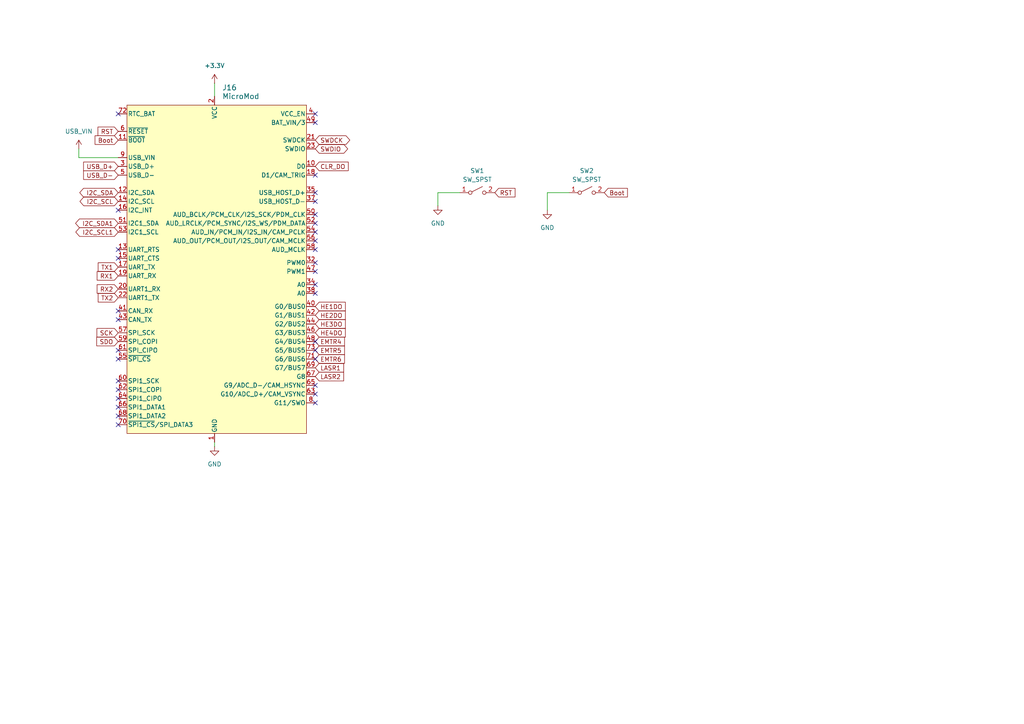
<source format=kicad_sch>
(kicad_sch (version 20231120) (generator "eeschema") (generator_version "8.0")
  (paper "A4")
  (lib_symbols
    (symbol "SJSU_common:MicroMod" (pin_names (offset 0.254))
      (property "Reference" "J" (at 16.256 12.7 0))
      (property "Value" "MicroMod" (at 16.51 10.16 0))
      (symbol "MicroMod_1_1"
        (rectangle (start -8.89 2.54) (end 43.18 -92.71) (fill (type background)))
        (pin power_out line (at 16.51 -95.25 90) (length 2.54) (name "GND") (number "1"))
        (pin bidirectional line (at 45.72 -15.24 180) (length 2.54) (name "D0") (number "10"))
        (pin open_collector line (at -11.43 -7.62 0) (length 2.54) (name "~{BOOT}") (number "11"))
        (pin bidirectional line (at -11.43 -22.86 0) (length 2.54) (name "I2C_SDA") (number "12"))
        (pin output line (at -11.43 -39.37 0) (length 2.54) (name "UART_RTS") (number "13"))
        (pin bidirectional line (at -11.43 -25.4 0) (length 2.54) (name "I2C_SCL") (number "14"))
        (pin input line (at -11.43 -41.91 0) (length 2.54) (name "UART_CTS") (number "15"))
        (pin open_collector line (at -11.43 -27.94 0) (length 2.54) (name "I2C_INT") (number "16"))
        (pin output line (at -11.43 -44.45 0) (length 2.54) (name "UART_TX") (number "17"))
        (pin bidirectional line (at 45.72 -17.78 180) (length 2.54) (name "D1/CAM_TRIG") (number "18"))
        (pin input line (at -11.43 -46.99 0) (length 2.54) (name "UART_RX") (number "19"))
        (pin power_in line (at 16.51 5.08 270) (length 2.54) (name "VCC") (number "2"))
        (pin input line (at -11.43 -50.8 0) (length 2.54) (name "UART1_RX") (number "20"))
        (pin input line (at 45.72 -7.62 180) (length 2.54) (name "SWDCK") (number "21"))
        (pin output line (at -11.43 -53.34 0) (length 2.54) (name "UART1_TX") (number "22"))
        (pin output line (at 45.72 -10.16 180) (length 2.54) (name "SWDIO") (number "23"))
        (pin bidirectional line (at -11.43 -15.24 0) (length 2.54) (name "USB_D+") (number "3"))
        (pin output line (at 45.72 -43.18 180) (length 2.54) (name "PWM0") (number "32"))
        (pin power_out line (at 16.51 -95.25 90) (length 2.54) hide (name "GND") (number "33"))
        (pin output line (at 45.72 -49.53 180) (length 2.54) (name "A0") (number "34"))
        (pin bidirectional line (at 45.72 -22.86 180) (length 2.54) (name "USB_HOST_D+") (number "35"))
        (pin power_out line (at 16.51 -95.25 90) (length 2.54) hide (name "GND") (number "36"))
        (pin power_out line (at 16.51 -95.25 90) (length 2.54) hide (name "GND") (number "36"))
        (pin bidirectional line (at 45.72 -25.4 180) (length 2.54) (name "USB_HOST_D-") (number "37"))
        (pin output line (at 45.72 -52.07 180) (length 2.54) (name "A0") (number "38"))
        (pin power_out line (at 16.51 -95.25 90) (length 2.54) hide (name "GND") (number "39"))
        (pin output line (at 45.72 0 180) (length 2.54) (name "VCC_EN") (number "4"))
        (pin bidirectional line (at 45.72 -55.88 180) (length 2.54) (name "G0/BUS0") (number "40"))
        (pin input line (at -11.43 -57.15 0) (length 2.54) (name "CAN_RX") (number "41"))
        (pin bidirectional line (at 45.72 -58.42 180) (length 2.54) (name "G1/BUS1") (number "42"))
        (pin output line (at -11.43 -59.69 0) (length 2.54) (name "CAN_TX") (number "43"))
        (pin bidirectional line (at 45.72 -60.96 180) (length 2.54) (name "G2/BUS2") (number "44"))
        (pin power_out line (at 16.51 -95.25 90) (length 2.54) hide (name "GND") (number "45"))
        (pin bidirectional line (at 45.72 -63.5 180) (length 2.54) (name "G3/BUS3") (number "46"))
        (pin output line (at 45.72 -45.72 180) (length 2.54) (name "PWM1") (number "47"))
        (pin bidirectional line (at 45.72 -66.04 180) (length 2.54) (name "G4/BUS4") (number "48"))
        (pin input line (at 45.72 -2.54 180) (length 2.54) (name "BAT_VIN/3") (number "49"))
        (pin bidirectional line (at -11.43 -17.78 0) (length 2.54) (name "USB_D-") (number "5"))
        (pin bidirectional line (at 45.72 -29.21 180) (length 2.54) (name "AUD_BCLK/PCM_CLK/I2S_SCK/PDM_CLK") (number "50"))
        (pin bidirectional line (at -11.43 -31.75 0) (length 2.54) (name "I2C1_SDA") (number "51"))
        (pin bidirectional line (at 45.72 -31.75 180) (length 2.54) (name "AUD_LRCLK/PCM_SYNC/I2S_WS/PDM_DATA") (number "52"))
        (pin bidirectional line (at -11.43 -34.29 0) (length 2.54) (name "I2C1_SCL") (number "53"))
        (pin input line (at 45.72 -34.29 180) (length 2.54) (name "AUD_IN/PCM_IN/I2S_IN/CAM_PCLK") (number "54"))
        (pin output line (at -11.43 -71.12 0) (length 2.54) (name "~{SPI_CS}") (number "55"))
        (pin output line (at 45.72 -36.83 180) (length 2.54) (name "AUD_OUT/PCM_OUT/I2S_OUT/CAM_MCLK") (number "56"))
        (pin output line (at -11.43 -63.5 0) (length 2.54) (name "SPI_SCK") (number "57"))
        (pin output line (at 45.72 -39.37 180) (length 2.54) (name "AUD_MCLK") (number "58"))
        (pin output line (at -11.43 -66.04 0) (length 2.54) (name "SPI_COPI") (number "59"))
        (pin open_collector line (at -11.43 -5.08 0) (length 2.54) (name "~{RESET}") (number "6"))
        (pin output line (at -11.43 -77.47 0) (length 2.54) (name "SPI1_SCK") (number "60"))
        (pin output line (at -11.43 -68.58 0) (length 2.54) (name "SPI_CIPO") (number "61"))
        (pin output line (at -11.43 -80.01 0) (length 2.54) (name "SPI1_COPI") (number "62"))
        (pin bidirectional line (at 45.72 -81.28 180) (length 2.54) (name "G10/ADC_D+/CAM_VSYNC") (number "63"))
        (pin output line (at -11.43 -82.55 0) (length 2.54) (name "SPI1_CIPO") (number "64"))
        (pin bidirectional line (at 45.72 -78.74 180) (length 2.54) (name "G9/ADC_D-/CAM_HSYNC") (number "65"))
        (pin output line (at -11.43 -85.09 0) (length 2.54) (name "SPI1_DATA1") (number "66"))
        (pin bidirectional line (at 45.72 -76.2 180) (length 2.54) (name "G8") (number "67"))
        (pin output line (at -11.43 -87.63 0) (length 2.54) (name "SPI1_DATA2") (number "68"))
        (pin bidirectional line (at 45.72 -73.66 180) (length 2.54) (name "G7/BUS7") (number "69"))
        (pin power_out line (at 16.51 -95.25 90) (length 2.54) hide (name "GND") (number "7"))
        (pin bidirectional line (at -11.43 -90.17 0) (length 2.54) (name "~{SPI1_CS}/SPI_DATA3") (number "70"))
        (pin bidirectional line (at 45.72 -71.12 180) (length 2.54) (name "G6/BUS6") (number "71"))
        (pin power_in line (at -11.43 0 0) (length 2.54) (name "RTC_BAT") (number "72"))
        (pin bidirectional line (at 45.72 -68.58 180) (length 2.54) (name "G5/BUS5") (number "73"))
        (pin power_in line (at 16.51 -95.25 90) (length 2.54) hide (name "GND") (number "74"))
        (pin power_out line (at 16.51 -95.25 90) (length 2.54) hide (name "GND") (number "75"))
        (pin bidirectional line (at 45.72 -83.82 180) (length 2.54) (name "G11/SWO") (number "8"))
        (pin power_in line (at -11.43 -12.7 0) (length 2.54) (name "USB_VIN") (number "9"))
        (pin power_out line (at 16.51 -95.25 90) (length 2.54) hide (name "GND") (number "S1"))
        (pin power_out line (at 16.51 -95.25 90) (length 2.54) hide (name "GND") (number "S2"))
        (pin power_out line (at 16.51 -95.25 90) (length 2.54) hide (name "GND") (number "S3"))
      )
      (symbol "MicroMod_1_2"
        (polyline (pts (xy 5.08 -86.36) (xy 12.7 -86.36)) (stroke (width 0.127)))
        (polyline (pts (xy 5.08 2.54) (xy 5.08 -86.36)) (stroke (width 0.127)))
        (polyline (pts (xy 7.62 -83.82) (xy 5.08 -83.82)) (stroke (width 0.127)))
        (polyline (pts (xy 7.62 -83.82) (xy 8.89 -84.6667)) (stroke (width 0.127)))
        (polyline (pts (xy 7.62 -83.82) (xy 8.89 -82.9733)) (stroke (width 0.127)))
        (polyline (pts (xy 7.62 -81.28) (xy 5.08 -81.28)) (stroke (width 0.127)))
        (polyline (pts (xy 7.62 -81.28) (xy 8.89 -82.1267)) (stroke (width 0.127)))
        (polyline (pts (xy 7.62 -81.28) (xy 8.89 -80.4333)) (stroke (width 0.127)))
        (polyline (pts (xy 7.62 -78.74) (xy 5.08 -78.74)) (stroke (width 0.127)))
        (polyline (pts (xy 7.62 -78.74) (xy 8.89 -79.5867)) (stroke (width 0.127)))
        (polyline (pts (xy 7.62 -78.74) (xy 8.89 -77.8933)) (stroke (width 0.127)))
        (polyline (pts (xy 7.62 -76.2) (xy 5.08 -76.2)) (stroke (width 0.127)))
        (polyline (pts (xy 7.62 -76.2) (xy 8.89 -77.0467)) (stroke (width 0.127)))
        (polyline (pts (xy 7.62 -76.2) (xy 8.89 -75.3533)) (stroke (width 0.127)))
        (polyline (pts (xy 7.62 -73.66) (xy 5.08 -73.66)) (stroke (width 0.127)))
        (polyline (pts (xy 7.62 -73.66) (xy 8.89 -74.5067)) (stroke (width 0.127)))
        (polyline (pts (xy 7.62 -73.66) (xy 8.89 -72.8133)) (stroke (width 0.127)))
        (polyline (pts (xy 7.62 -71.12) (xy 5.08 -71.12)) (stroke (width 0.127)))
        (polyline (pts (xy 7.62 -71.12) (xy 8.89 -71.9667)) (stroke (width 0.127)))
        (polyline (pts (xy 7.62 -71.12) (xy 8.89 -70.2733)) (stroke (width 0.127)))
        (polyline (pts (xy 7.62 -68.58) (xy 5.08 -68.58)) (stroke (width 0.127)))
        (polyline (pts (xy 7.62 -68.58) (xy 8.89 -69.4267)) (stroke (width 0.127)))
        (polyline (pts (xy 7.62 -68.58) (xy 8.89 -67.7333)) (stroke (width 0.127)))
        (polyline (pts (xy 7.62 -66.04) (xy 5.08 -66.04)) (stroke (width 0.127)))
        (polyline (pts (xy 7.62 -66.04) (xy 8.89 -66.8867)) (stroke (width 0.127)))
        (polyline (pts (xy 7.62 -66.04) (xy 8.89 -65.1933)) (stroke (width 0.127)))
        (polyline (pts (xy 7.62 -63.5) (xy 5.08 -63.5)) (stroke (width 0.127)))
        (polyline (pts (xy 7.62 -63.5) (xy 8.89 -64.3467)) (stroke (width 0.127)))
        (polyline (pts (xy 7.62 -63.5) (xy 8.89 -62.6533)) (stroke (width 0.127)))
        (polyline (pts (xy 7.62 -60.96) (xy 5.08 -60.96)) (stroke (width 0.127)))
        (polyline (pts (xy 7.62 -60.96) (xy 8.89 -61.8067)) (stroke (width 0.127)))
        (polyline (pts (xy 7.62 -60.96) (xy 8.89 -60.1133)) (stroke (width 0.127)))
        (polyline (pts (xy 7.62 -58.42) (xy 5.08 -58.42)) (stroke (width 0.127)))
        (polyline (pts (xy 7.62 -58.42) (xy 8.89 -59.2667)) (stroke (width 0.127)))
        (polyline (pts (xy 7.62 -58.42) (xy 8.89 -57.5733)) (stroke (width 0.127)))
        (polyline (pts (xy 7.62 -55.88) (xy 5.08 -55.88)) (stroke (width 0.127)))
        (polyline (pts (xy 7.62 -55.88) (xy 8.89 -56.7267)) (stroke (width 0.127)))
        (polyline (pts (xy 7.62 -55.88) (xy 8.89 -55.0333)) (stroke (width 0.127)))
        (polyline (pts (xy 7.62 -53.34) (xy 5.08 -53.34)) (stroke (width 0.127)))
        (polyline (pts (xy 7.62 -53.34) (xy 8.89 -54.1867)) (stroke (width 0.127)))
        (polyline (pts (xy 7.62 -53.34) (xy 8.89 -52.4933)) (stroke (width 0.127)))
        (polyline (pts (xy 7.62 -50.8) (xy 5.08 -50.8)) (stroke (width 0.127)))
        (polyline (pts (xy 7.62 -50.8) (xy 8.89 -51.6467)) (stroke (width 0.127)))
        (polyline (pts (xy 7.62 -50.8) (xy 8.89 -49.9533)) (stroke (width 0.127)))
        (polyline (pts (xy 7.62 -48.26) (xy 5.08 -48.26)) (stroke (width 0.127)))
        (polyline (pts (xy 7.62 -48.26) (xy 8.89 -49.1067)) (stroke (width 0.127)))
        (polyline (pts (xy 7.62 -48.26) (xy 8.89 -47.4133)) (stroke (width 0.127)))
        (polyline (pts (xy 7.62 -45.72) (xy 5.08 -45.72)) (stroke (width 0.127)))
        (polyline (pts (xy 7.62 -45.72) (xy 8.89 -46.5667)) (stroke (width 0.127)))
        (polyline (pts (xy 7.62 -45.72) (xy 8.89 -44.8733)) (stroke (width 0.127)))
        (polyline (pts (xy 7.62 -43.18) (xy 5.08 -43.18)) (stroke (width 0.127)))
        (polyline (pts (xy 7.62 -43.18) (xy 8.89 -44.0267)) (stroke (width 0.127)))
        (polyline (pts (xy 7.62 -43.18) (xy 8.89 -42.3333)) (stroke (width 0.127)))
        (polyline (pts (xy 7.62 -40.64) (xy 5.08 -40.64)) (stroke (width 0.127)))
        (polyline (pts (xy 7.62 -40.64) (xy 8.89 -41.4867)) (stroke (width 0.127)))
        (polyline (pts (xy 7.62 -40.64) (xy 8.89 -39.7933)) (stroke (width 0.127)))
        (polyline (pts (xy 7.62 -38.1) (xy 5.08 -38.1)) (stroke (width 0.127)))
        (polyline (pts (xy 7.62 -38.1) (xy 8.89 -38.9467)) (stroke (width 0.127)))
        (polyline (pts (xy 7.62 -38.1) (xy 8.89 -37.2533)) (stroke (width 0.127)))
        (polyline (pts (xy 7.62 -35.56) (xy 5.08 -35.56)) (stroke (width 0.127)))
        (polyline (pts (xy 7.62 -35.56) (xy 8.89 -36.4067)) (stroke (width 0.127)))
        (polyline (pts (xy 7.62 -35.56) (xy 8.89 -34.7133)) (stroke (width 0.127)))
        (polyline (pts (xy 7.62 -33.02) (xy 5.08 -33.02)) (stroke (width 0.127)))
        (polyline (pts (xy 7.62 -33.02) (xy 8.89 -33.8667)) (stroke (width 0.127)))
        (polyline (pts (xy 7.62 -33.02) (xy 8.89 -32.1733)) (stroke (width 0.127)))
        (polyline (pts (xy 7.62 -30.48) (xy 5.08 -30.48)) (stroke (width 0.127)))
        (polyline (pts (xy 7.62 -30.48) (xy 8.89 -31.3267)) (stroke (width 0.127)))
        (polyline (pts (xy 7.62 -30.48) (xy 8.89 -29.6333)) (stroke (width 0.127)))
        (polyline (pts (xy 7.62 -27.94) (xy 5.08 -27.94)) (stroke (width 0.127)))
        (polyline (pts (xy 7.62 -27.94) (xy 8.89 -28.7867)) (stroke (width 0.127)))
        (polyline (pts (xy 7.62 -27.94) (xy 8.89 -27.0933)) (stroke (width 0.127)))
        (polyline (pts (xy 7.62 -25.4) (xy 5.08 -25.4)) (stroke (width 0.127)))
        (polyline (pts (xy 7.62 -25.4) (xy 8.89 -26.2467)) (stroke (width 0.127)))
        (polyline (pts (xy 7.62 -25.4) (xy 8.89 -24.5533)) (stroke (width 0.127)))
        (polyline (pts (xy 7.62 -22.86) (xy 5.08 -22.86)) (stroke (width 0.127)))
        (polyline (pts (xy 7.62 -22.86) (xy 8.89 -23.7067)) (stroke (width 0.127)))
        (polyline (pts (xy 7.62 -22.86) (xy 8.89 -22.0133)) (stroke (width 0.127)))
        (polyline (pts (xy 7.62 -20.32) (xy 5.08 -20.32)) (stroke (width 0.127)))
        (polyline (pts (xy 7.62 -20.32) (xy 8.89 -21.1667)) (stroke (width 0.127)))
        (polyline (pts (xy 7.62 -20.32) (xy 8.89 -19.4733)) (stroke (width 0.127)))
        (polyline (pts (xy 7.62 -17.78) (xy 5.08 -17.78)) (stroke (width 0.127)))
        (polyline (pts (xy 7.62 -17.78) (xy 8.89 -18.6267)) (stroke (width 0.127)))
        (polyline (pts (xy 7.62 -17.78) (xy 8.89 -16.9333)) (stroke (width 0.127)))
        (polyline (pts (xy 7.62 -15.24) (xy 5.08 -15.24)) (stroke (width 0.127)))
        (polyline (pts (xy 7.62 -15.24) (xy 8.89 -16.0867)) (stroke (width 0.127)))
        (polyline (pts (xy 7.62 -15.24) (xy 8.89 -14.3933)) (stroke (width 0.127)))
        (polyline (pts (xy 7.62 -12.7) (xy 5.08 -12.7)) (stroke (width 0.127)))
        (polyline (pts (xy 7.62 -12.7) (xy 8.89 -13.5467)) (stroke (width 0.127)))
        (polyline (pts (xy 7.62 -12.7) (xy 8.89 -11.8533)) (stroke (width 0.127)))
        (polyline (pts (xy 7.62 -10.16) (xy 5.08 -10.16)) (stroke (width 0.127)))
        (polyline (pts (xy 7.62 -10.16) (xy 8.89 -11.0067)) (stroke (width 0.127)))
        (polyline (pts (xy 7.62 -10.16) (xy 8.89 -9.3133)) (stroke (width 0.127)))
        (polyline (pts (xy 7.62 -7.62) (xy 5.08 -7.62)) (stroke (width 0.127)))
        (polyline (pts (xy 7.62 -7.62) (xy 8.89 -8.4667)) (stroke (width 0.127)))
        (polyline (pts (xy 7.62 -7.62) (xy 8.89 -6.7733)) (stroke (width 0.127)))
        (polyline (pts (xy 7.62 -5.08) (xy 5.08 -5.08)) (stroke (width 0.127)))
        (polyline (pts (xy 7.62 -5.08) (xy 8.89 -5.9267)) (stroke (width 0.127)))
        (polyline (pts (xy 7.62 -5.08) (xy 8.89 -4.2333)) (stroke (width 0.127)))
        (polyline (pts (xy 7.62 -2.54) (xy 5.08 -2.54)) (stroke (width 0.127)))
        (polyline (pts (xy 7.62 -2.54) (xy 8.89 -3.3867)) (stroke (width 0.127)))
        (polyline (pts (xy 7.62 -2.54) (xy 8.89 -1.6933)) (stroke (width 0.127)))
        (polyline (pts (xy 7.62 0) (xy 5.08 0)) (stroke (width 0.127)))
        (polyline (pts (xy 7.62 0) (xy 8.89 -0.8467)) (stroke (width 0.127)))
        (polyline (pts (xy 7.62 0) (xy 8.89 0.8467)) (stroke (width 0.127)))
        (polyline (pts (xy 12.7 -86.36) (xy 12.7 2.54)) (stroke (width 0.127)))
        (polyline (pts (xy 12.7 2.54) (xy 5.08 2.54)) (stroke (width 0.127)))
      )
    )
    (symbol "Switch:SW_SPST" (pin_names (offset 0) hide)
      (property "Reference" "SW" (at 0 3.175 0))
      (property "Value" "SW_SPST" (at 0 -2.54 0))
      (symbol "SW_SPST_0_0"
        (circle (center -2.032 0) (radius 0.508))
        (polyline (pts (xy -1.524 0.254) (xy 1.524 1.778)))
        (circle (center 2.032 0) (radius 0.508))
      )
      (symbol "SW_SPST_1_1"
        (pin passive line (at -5.08 0 0) (length 2.54) (name "A") (number "1"))
        (pin passive line (at 5.08 0 180) (length 2.54) (name "B") (number "2"))
      )
    )
    (symbol "power:+3.3V" (power) (pin_numbers hide) (pin_names (offset 0) hide)
      (property "Value" "+3.3V" (at 0 3.556 0))
      (symbol "+3.3V_0_1"
        (polyline (pts (xy -0.762 1.27) (xy 0 2.54)))
        (polyline (pts (xy 0 0) (xy 0 2.54)))
        (polyline (pts (xy 0 2.54) (xy 0.762 1.27)))
      )
      (symbol "+3.3V_1_1"
        (pin power_in line (at 0 0 90) (length 0) (name "~") (number "1"))
      )
    )
    (symbol "power:GND" (power) (pin_numbers hide) (pin_names (offset 0) hide)
      (property "Value" "GND" (at 0 -3.81 0))
      (symbol "GND_0_1"
        (polyline (pts (xy 0 0) (xy 0 -1.27) (xy 1.27 -1.27) (xy 0 -2.54) (xy -1.27 -1.27) (xy 0 -1.27)))
      )
      (symbol "GND_1_1"
        (pin power_in line (at 0 0 270) (length 0) (name "~") (number "1"))
      )
    )
    (symbol "power:VCC" (power) (pin_numbers hide) (pin_names (offset 0) hide)
      (property "Value" "VCC" (at 0 3.556 0))
      (symbol "VCC_0_1"
        (polyline (pts (xy -0.762 1.27) (xy 0 2.54)))
        (polyline (pts (xy 0 0) (xy 0 2.54)))
        (polyline (pts (xy 0 2.54) (xy 0.762 1.27)))
      )
      (symbol "VCC_1_1"
        (pin power_in line (at 0 0 90) (length 0) (name "~") (number "1"))
      )
    )
  )
  (no_connect (at 34.29 120.65))
  (no_connect (at 91.44 104.14))
  (no_connect (at 34.29 90.17))
  (no_connect (at 91.44 67.31))
  (no_connect (at 34.29 60.96))
  (no_connect (at 91.44 101.6))
  (no_connect (at 91.44 55.88))
  (no_connect (at 91.44 33.02))
  (no_connect (at 91.44 50.8))
  (no_connect (at 91.44 58.42))
  (no_connect (at 34.29 101.6))
  (no_connect (at 91.44 76.2))
  (no_connect (at 91.44 82.55))
  (no_connect (at 34.29 110.49))
  (no_connect (at 91.44 78.74))
  (no_connect (at 91.44 69.85))
  (no_connect (at 34.29 113.03))
  (no_connect (at 34.29 104.14))
  (no_connect (at 91.44 35.56))
  (no_connect (at 91.44 72.39))
  (no_connect (at 34.29 123.19))
  (no_connect (at 91.44 111.76))
  (no_connect (at 34.29 74.93))
  (no_connect (at 34.29 92.71))
  (no_connect (at 91.44 114.3))
  (no_connect (at 91.44 64.77))
  (no_connect (at 91.44 85.09))
  (no_connect (at 91.44 62.23))
  (no_connect (at 34.29 72.39))
  (no_connect (at 34.29 118.11))
  (no_connect (at 34.29 115.57))
  (no_connect (at 91.44 116.84))
  (no_connect (at 91.44 99.06))
  (no_connect (at 34.29 33.02))
  (wire (pts (xy 133.35 55.88) (xy 127 55.88)))
  (wire (pts (xy 34.29 45.72) (xy 22.86 45.72)))
  (wire (pts (xy 22.86 45.72) (xy 22.86 43.18)))
  (wire (pts (xy 62.23 24.13) (xy 62.23 27.94)))
  (wire (pts (xy 62.23 129.54) (xy 62.23 128.27)))
  (wire (pts (xy 158.75 55.88) (xy 158.75 60.96)))
  (wire (pts (xy 165.1 55.88) (xy 158.75 55.88)))
  (wire (pts (xy 127 55.88) (xy 127 59.69)))
  (text "MICROMOD checklist:\nDONE\n\n\n" (at 10.414 -1.016 0) (effects (font (size 1.27 1.27))))
  (global_label "CLR_DO" (shape input) (at 91.44 48.26 0) (property "Intersheetrefs" "${INTERSHEET_REFS}" (effects (hide yes))))
  (global_label "EMTR5" (shape input) (at 91.44 101.6 0) (property "Intersheetrefs" "${INTERSHEET_REFS}" (effects (hide yes))))
  (global_label "USB_D-" (shape input) (at 34.29 50.8 180) (property "Intersheetrefs" "${INTERSHEET_REFS}" (effects (hide yes))))
  (global_label "HE3DO" (shape input) (at 91.44 93.98 0) (property "Intersheetrefs" "${INTERSHEET_REFS}" (effects (hide yes))))
  (global_label "SCK" (shape input) (at 34.29 96.52 180) (property "Intersheetrefs" "${INTERSHEET_REFS}" (effects (hide yes))))
  (global_label "I2C_SCL" (shape bidirectional) (at 34.29 58.42 180) (property "Intersheetrefs" "${INTERSHEET_REFS}" (effects (hide yes))))
  (global_label "I2C_SDA" (shape bidirectional) (at 34.29 55.88 180) (property "Intersheetrefs" "${INTERSHEET_REFS}" (effects (hide yes))))
  (global_label "TX2" (shape input) (at 34.29 86.36 180) (property "Intersheetrefs" "${INTERSHEET_REFS}" (effects (hide yes))))
  (global_label "USB_D+" (shape input) (at 34.29 48.26 180) (property "Intersheetrefs" "${INTERSHEET_REFS}" (effects (hide yes))))
  (global_label "I2C_SDA1" (shape bidirectional) (at 34.29 64.77 180) (property "Intersheetrefs" "${INTERSHEET_REFS}" (effects (hide yes))))
  (global_label "LASR2" (shape input) (at 91.44 109.22 0) (property "Intersheetrefs" "${INTERSHEET_REFS}" (effects (hide yes))))
  (global_label "HE1DO" (shape input) (at 91.44 88.9 0) (property "Intersheetrefs" "${INTERSHEET_REFS}" (effects (hide yes))))
  (global_label "HE2DO" (shape input) (at 91.44 91.44 0) (property "Intersheetrefs" "${INTERSHEET_REFS}" (effects (hide yes))))
  (global_label "SWDCK" (shape bidirectional) (at 91.44 40.64 0) (property "Intersheetrefs" "${INTERSHEET_REFS}" (effects (hide yes))))
  (global_label "I2C_SCL1" (shape bidirectional) (at 34.29 67.31 180) (property "Intersheetrefs" "${INTERSHEET_REFS}" (effects (hide yes))))
  (global_label "RST" (shape input) (at 34.29 38.1 180) (property "Intersheetrefs" "${INTERSHEET_REFS}" (effects (hide yes))))
  (global_label "EMTR6" (shape input) (at 91.44 104.14 0) (property "Intersheetrefs" "${INTERSHEET_REFS}" (effects (hide yes))))
  (global_label "RX2" (shape input) (at 34.29 83.82 180) (property "Intersheetrefs" "${INTERSHEET_REFS}" (effects (hide yes))))
  (global_label "RX1" (shape input) (at 34.29 80.01 180) (property "Intersheetrefs" "${INTERSHEET_REFS}" (effects (hide yes))))
  (global_label "SWDIO" (shape bidirectional) (at 91.44 43.18 0) (property "Intersheetrefs" "${INTERSHEET_REFS}" (effects (hide yes))))
  (global_label "HE4DO" (shape input) (at 91.44 96.52 0) (property "Intersheetrefs" "${INTERSHEET_REFS}" (effects (hide yes))))
  (global_label "RST" (shape input) (at 143.51 55.88 0) (property "Intersheetrefs" "${INTERSHEET_REFS}" (effects (hide yes))))
  (global_label "LASR1" (shape input) (at 91.44 106.68 0) (property "Intersheetrefs" "${INTERSHEET_REFS}" (effects (hide yes))))
  (global_label "SDO" (shape input) (at 34.29 99.06 180) (property "Intersheetrefs" "${INTERSHEET_REFS}" (effects (hide yes))))
  (global_label "EMTR4" (shape input) (at 91.44 99.06 0) (property "Intersheetrefs" "${INTERSHEET_REFS}" (effects (hide yes))))
  (global_label "Boot" (shape input) (at 34.29 40.64 180) (property "Intersheetrefs" "${INTERSHEET_REFS}" (effects (hide yes))))
  (global_label "Boot" (shape input) (at 175.26 55.88 0) (property "Intersheetrefs" "${INTERSHEET_REFS}" (effects (hide yes))))
  (global_label "TX1" (shape input) (at 34.29 77.47 180) (property "Intersheetrefs" "${INTERSHEET_REFS}" (effects (hide yes))))
  (symbol (lib_id "power:GND") (at 158.75 60.96 0) (unit 1)
    (property "Reference" "#PWR034" (effects (hide yes)))
    (property "Value" "GND" (at 158.75 66.04 0))
    (property "Description" "Power symbol creates a global label with name \"GND\" , ground" (effects (hide yes)))
  )
  (symbol (lib_id "power:VCC") (at 22.86 43.18 0) (unit 1)
    (property "Reference" "#PWR073" (effects (hide yes)))
    (property "Value" "USB_VIN" (at 22.86 38.1 0))
    (property "Description" "Power symbol creates a global label with name \"VCC\"" (effects (hide yes)))
  )
  (symbol (lib_id "power:GND") (at 62.23 129.54 0) (unit 1)
    (property "Reference" "#PWR031" (effects (hide yes)))
    (property "Value" "GND" (at 62.23 134.62 0))
    (property "Description" "Power symbol creates a global label with name \"GND\" , ground" (effects (hide yes)))
  )
  (symbol (lib_id "Switch:SW_SPST") (at 170.18 55.88 0) (unit 1)
    (property "Reference" "SW2" (at 170.18 49.53 0))
    (property "Value" "SW_SPST" (at 170.18 52.07 0))
    (property "Footprint" "Button_Switch_SMD:SW_SPST_CK_RS282G05A3" (effects (hide yes)))
    (property "Description" "Single Pole Single Throw (SPST) switch" (effects (hide yes)))
  )
  (symbol (lib_id "SJSU_common:MicroMod") (at 45.72 33.02 0) (unit 1)
    (property "Reference" "J16" (at 64.4241 25.4 0) (effects (font (size 1.524 1.524)) (justify left)))
    (property "Value" "MicroMod" (at 64.4241 27.94 0) (effects (font (size 1.524 1.524)) (justify left)))
    (property "Footprint" "SJSU_common:micromod" (effects (hide yes)))
    (property "Datasheet" "https://cdn.sparkfun.com/assets/learn_tutorials/1/2/0/6/SparkFun_MicroMod_Interface_v1.0_-_Pin_Descriptions.pdf" (effects (hide yes)))
    (property "Description" "A microprocessor board mount" (effects (hide yes)))
  )
  (symbol (lib_id "power:GND") (at 127 59.69 0) (unit 1)
    (property "Reference" "#PWR033" (effects (hide yes)))
    (property "Value" "GND" (at 127 64.77 0))
    (property "Description" "Power symbol creates a global label with name \"GND\" , ground" (effects (hide yes)))
  )
  (symbol (lib_id "Switch:SW_SPST") (at 138.43 55.88 0) (unit 1)
    (property "Reference" "SW1" (at 138.43 49.53 0))
    (property "Value" "SW_SPST" (at 138.43 52.07 0))
    (property "Footprint" "Button_Switch_SMD:SW_SPST_CK_RS282G05A3" (effects (hide yes)))
    (property "Description" "Single Pole Single Throw (SPST) switch" (effects (hide yes)))
  )
  (symbol (lib_id "power:+3.3V") (at 62.23 24.13 0) (unit 1)
    (property "Reference" "#PWR032" (effects (hide yes)))
    (property "Value" "+3.3V" (at 62.23 19.05 0))
    (property "Description" "Power symbol creates a global label with name \"+3.3V\"" (effects (hide yes)))
  )
)
</source>
